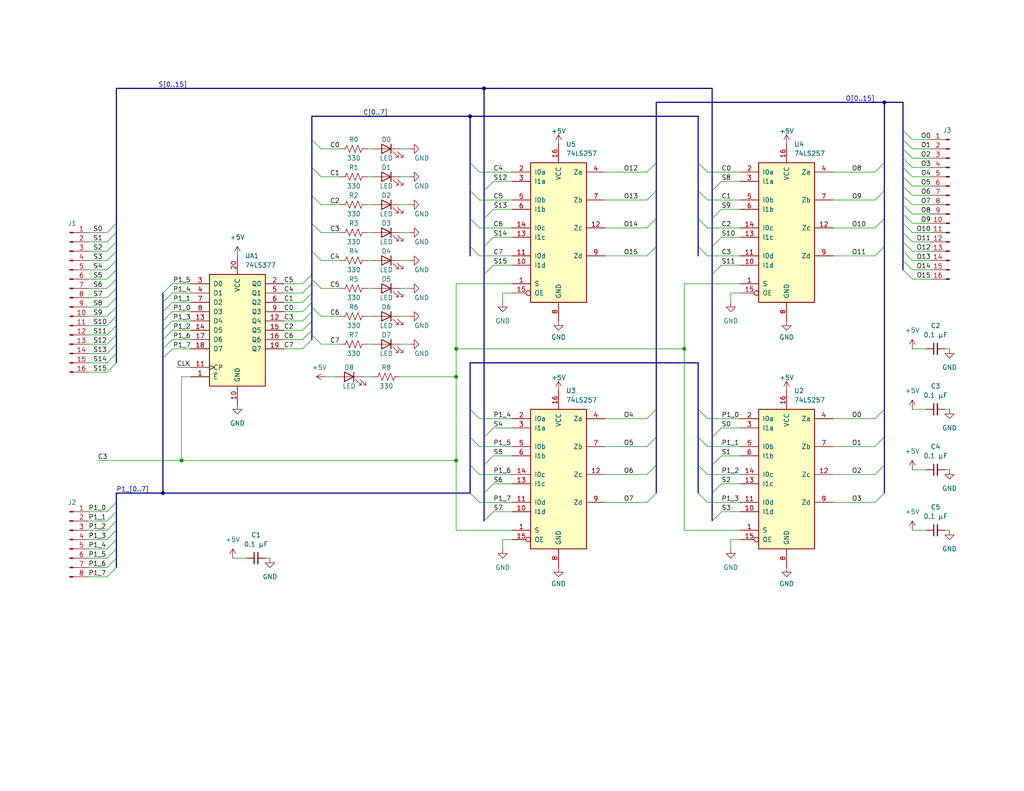
<source format=kicad_sch>
(kicad_sch (version 20211123) (generator eeschema)
  (paper "USLetter")
  (title_block (title "i281 Wireback") (date "2024-02-08") (rev "B") (company "sdmay24-14"))
  (lib_symbols
    (symbol "74xx:74LS257" (pin_names (offset 1.016))
      (property "Reference" "U" (at -7.62 19.05 0))
      (property "Value" "74LS257" (at -7.62 -21.59 0))
      (symbol "74LS257_1_0"
        (pin input line (at -12.7 -15.24 0) (length 5.08) (name "S") (number "1"))
        (pin input line (at -12.7 -10.16 0) (length 5.08) (name "I1d") (number "10"))
        (pin input line (at -12.7 -7.62 0) (length 5.08) (name "I0d") (number "11"))
        (pin tri_state line (at 12.7 0 180) (length 5.08) (name "Zc") (number "12"))
        (pin input line (at -12.7 -2.54 0) (length 5.08) (name "I1c") (number "13"))
        (pin input line (at -12.7 0 0) (length 5.08) (name "I0c") (number "14"))
        (pin input inverted (at -12.7 -17.78 0) (length 5.08) (name "OE") (number "15"))
        (pin power_in line (at 0 22.86 270) (length 5.08) (name "VCC") (number "16"))
        (pin input line (at -12.7 15.24 0) (length 5.08) (name "I0a") (number "2"))
        (pin input line (at -12.7 12.7 0) (length 5.08) (name "I1a") (number "3"))
        (pin tri_state line (at 12.7 15.24 180) (length 5.08) (name "Za") (number "4"))
        (pin input line (at -12.7 7.62 0) (length 5.08) (name "I0b") (number "5"))
        (pin input line (at -12.7 5.08 0) (length 5.08) (name "I1b") (number "6"))
        (pin tri_state line (at 12.7 7.62 180) (length 5.08) (name "Zb") (number "7"))
        (pin power_in line (at 0 -25.4 90) (length 5.08) (name "GND") (number "8"))
        (pin tri_state line (at 12.7 -7.62 180) (length 5.08) (name "Zd") (number "9"))
      )
      (symbol "74LS257_1_1"
        (rectangle (start -7.62 17.78) (end 7.62 -20.32) (stroke (width 0.254)) (fill (type background)))
      )
    )
    (symbol "74xx:74LS377" (pin_names (offset 1.016))
      (property "Reference" "U" (at -7.62 16.51 0))
      (property "Value" "74LS377" (at -7.62 -16.51 0))
      (symbol "74LS377_1_0"
        (pin input line (at -12.7 -12.7 0) (length 5.08) (name "~{E}") (number "1"))
        (pin power_in line (at 0 -20.32 90) (length 5.08) (name "GND") (number "10"))
        (pin input clock (at -12.7 -10.16 0) (length 5.08) (name "CP") (number "11"))
        (pin output line (at 12.7 2.54 180) (length 5.08) (name "Q4") (number "12"))
        (pin input line (at -12.7 2.54 0) (length 5.08) (name "D4") (number "13"))
        (pin input line (at -12.7 0 0) (length 5.08) (name "D5") (number "14"))
        (pin output line (at 12.7 0 180) (length 5.08) (name "Q5") (number "15"))
        (pin output line (at 12.7 -2.54 180) (length 5.08) (name "Q6") (number "16"))
        (pin input line (at -12.7 -2.54 0) (length 5.08) (name "D6") (number "17"))
        (pin input line (at -12.7 -5.08 0) (length 5.08) (name "D7") (number "18"))
        (pin output line (at 12.7 -5.08 180) (length 5.08) (name "Q7") (number "19"))
        (pin output line (at 12.7 12.7 180) (length 5.08) (name "Q0") (number "2"))
        (pin power_in line (at 0 20.32 270) (length 5.08) (name "VCC") (number "20"))
        (pin input line (at -12.7 12.7 0) (length 5.08) (name "D0") (number "3"))
        (pin input line (at -12.7 10.16 0) (length 5.08) (name "D1") (number "4"))
        (pin output line (at 12.7 10.16 180) (length 5.08) (name "Q1") (number "5"))
        (pin output line (at 12.7 7.62 180) (length 5.08) (name "Q2") (number "6"))
        (pin input line (at -12.7 7.62 0) (length 5.08) (name "D2") (number "7"))
        (pin input line (at -12.7 5.08 0) (length 5.08) (name "D3") (number "8"))
        (pin output line (at 12.7 5.08 180) (length 5.08) (name "Q3") (number "9"))
      )
      (symbol "74LS377_1_1"
        (rectangle (start -7.62 15.24) (end 7.62 -15.24) (stroke (width 0.254)) (fill (type background)))
      )
    )
    (symbol "Connector:Conn_01x08_Male" (pin_names (offset 1.016) hide)
      (property "Reference" "J" (at 0 10.16 0))
      (property "Value" "Conn_01x08_Male" (at 0 -12.7 0))
      (symbol "Conn_01x08_Male_1_1"
        (polyline (pts (xy 1.27 -10.16) (xy 0.8636 -10.16)) (stroke (width 0.1524)))
        (polyline (pts (xy 1.27 -7.62) (xy 0.8636 -7.62)) (stroke (width 0.1524)))
        (polyline (pts (xy 1.27 -5.08) (xy 0.8636 -5.08)) (stroke (width 0.1524)))
        (polyline (pts (xy 1.27 -2.54) (xy 0.8636 -2.54)) (stroke (width 0.1524)))
        (polyline (pts (xy 1.27 0) (xy 0.8636 0)) (stroke (width 0.1524)))
        (polyline (pts (xy 1.27 2.54) (xy 0.8636 2.54)) (stroke (width 0.1524)))
        (polyline (pts (xy 1.27 5.08) (xy 0.8636 5.08)) (stroke (width 0.1524)))
        (polyline (pts (xy 1.27 7.62) (xy 0.8636 7.62)) (stroke (width 0.1524)))
        (rectangle (start 0.8636 -10.033) (end 0 -10.287) (stroke (width 0.1524)) (fill (type outline)))
        (rectangle (start 0.8636 -7.493) (end 0 -7.747) (stroke (width 0.1524)) (fill (type outline)))
        (rectangle (start 0.8636 -4.953) (end 0 -5.207) (stroke (width 0.1524)) (fill (type outline)))
        (rectangle (start 0.8636 -2.413) (end 0 -2.667) (stroke (width 0.1524)) (fill (type outline)))
        (rectangle (start 0.8636 0.127) (end 0 -0.127) (stroke (width 0.1524)) (fill (type outline)))
        (rectangle (start 0.8636 2.667) (end 0 2.413) (stroke (width 0.1524)) (fill (type outline)))
        (rectangle (start 0.8636 5.207) (end 0 4.953) (stroke (width 0.1524)) (fill (type outline)))
        (rectangle (start 0.8636 7.747) (end 0 7.493) (stroke (width 0.1524)) (fill (type outline)))
        (pin passive line (at 5.08 7.62 180) (length 3.81) (name "Pin_1") (number "1"))
        (pin passive line (at 5.08 5.08 180) (length 3.81) (name "Pin_2") (number "2"))
        (pin passive line (at 5.08 2.54 180) (length 3.81) (name "Pin_3") (number "3"))
        (pin passive line (at 5.08 0 180) (length 3.81) (name "Pin_4") (number "4"))
        (pin passive line (at 5.08 -2.54 180) (length 3.81) (name "Pin_5") (number "5"))
        (pin passive line (at 5.08 -5.08 180) (length 3.81) (name "Pin_6") (number "6"))
        (pin passive line (at 5.08 -7.62 180) (length 3.81) (name "Pin_7") (number "7"))
        (pin passive line (at 5.08 -10.16 180) (length 3.81) (name "Pin_8") (number "8"))
      )
    )
    (symbol "Connector:Conn_01x16_Male" (pin_names (offset 1.016) hide)
      (property "Reference" "J" (at 0 20.32 0))
      (property "Value" "Conn_01x16_Male" (at 0 -22.86 0))
      (symbol "Conn_01x16_Male_1_1"
        (polyline (pts (xy 1.27 -20.32) (xy 0.8636 -20.32)) (stroke (width 0.1524)))
        (polyline (pts (xy 1.27 -17.78) (xy 0.8636 -17.78)) (stroke (width 0.1524)))
        (polyline (pts (xy 1.27 -15.24) (xy 0.8636 -15.24)) (stroke (width 0.1524)))
        (polyline (pts (xy 1.27 -12.7) (xy 0.8636 -12.7)) (stroke (width 0.1524)))
        (polyline (pts (xy 1.27 -10.16) (xy 0.8636 -10.16)) (stroke (width 0.1524)))
        (polyline (pts (xy 1.27 -7.62) (xy 0.8636 -7.62)) (stroke (width 0.1524)))
        (polyline (pts (xy 1.27 -5.08) (xy 0.8636 -5.08)) (stroke (width 0.1524)))
        (polyline (pts (xy 1.27 -2.54) (xy 0.8636 -2.54)) (stroke (width 0.1524)))
        (polyline (pts (xy 1.27 0) (xy 0.8636 0)) (stroke (width 0.1524)))
        (polyline (pts (xy 1.27 2.54) (xy 0.8636 2.54)) (stroke (width 0.1524)))
        (polyline (pts (xy 1.27 5.08) (xy 0.8636 5.08)) (stroke (width 0.1524)))
        (polyline (pts (xy 1.27 7.62) (xy 0.8636 7.62)) (stroke (width 0.1524)))
        (polyline (pts (xy 1.27 10.16) (xy 0.8636 10.16)) (stroke (width 0.1524)))
        (polyline (pts (xy 1.27 12.7) (xy 0.8636 12.7)) (stroke (width 0.1524)))
        (polyline (pts (xy 1.27 15.24) (xy 0.8636 15.24)) (stroke (width 0.1524)))
        (polyline (pts (xy 1.27 17.78) (xy 0.8636 17.78)) (stroke (width 0.1524)))
        (rectangle (start 0.8636 -20.193) (end 0 -20.447) (stroke (width 0.1524)) (fill (type outline)))
        (rectangle (start 0.8636 -17.653) (end 0 -17.907) (stroke (width 0.1524)) (fill (type outline)))
        (rectangle (start 0.8636 -15.113) (end 0 -15.367) (stroke (width 0.1524)) (fill (type outline)))
        (rectangle (start 0.8636 -12.573) (end 0 -12.827) (stroke (width 0.1524)) (fill (type outline)))
        (rectangle (start 0.8636 -10.033) (end 0 -10.287) (stroke (width 0.1524)) (fill (type outline)))
        (rectangle (start 0.8636 -7.493) (end 0 -7.747) (stroke (width 0.1524)) (fill (type outline)))
        (rectangle (start 0.8636 -4.953) (end 0 -5.207) (stroke (width 0.1524)) (fill (type outline)))
        (rectangle (start 0.8636 -2.413) (end 0 -2.667) (stroke (width 0.1524)) (fill (type outline)))
        (rectangle (start 0.8636 0.127) (end 0 -0.127) (stroke (width 0.1524)) (fill (type outline)))
        (rectangle (start 0.8636 2.667) (end 0 2.413) (stroke (width 0.1524)) (fill (type outline)))
        (rectangle (start 0.8636 5.207) (end 0 4.953) (stroke (width 0.1524)) (fill (type outline)))
        (rectangle (start 0.8636 7.747) (end 0 7.493) (stroke (width 0.1524)) (fill (type outline)))
        (rectangle (start 0.8636 10.287) (end 0 10.033) (stroke (width 0.1524)) (fill (type outline)))
        (rectangle (start 0.8636 12.827) (end 0 12.573) (stroke (width 0.1524)) (fill (type outline)))
        (rectangle (start 0.8636 15.367) (end 0 15.113) (stroke (width 0.1524)) (fill (type outline)))
        (rectangle (start 0.8636 17.907) (end 0 17.653) (stroke (width 0.1524)) (fill (type outline)))
        (pin passive line (at 5.08 17.78 180) (length 3.81) (name "Pin_1") (number "1"))
        (pin passive line (at 5.08 -5.08 180) (length 3.81) (name "Pin_10") (number "10"))
        (pin passive line (at 5.08 -7.62 180) (length 3.81) (name "Pin_11") (number "11"))
        (pin passive line (at 5.08 -10.16 180) (length 3.81) (name "Pin_12") (number "12"))
        (pin passive line (at 5.08 -12.7 180) (length 3.81) (name "Pin_13") (number "13"))
        (pin passive line (at 5.08 -15.24 180) (length 3.81) (name "Pin_14") (number "14"))
        (pin passive line (at 5.08 -17.78 180) (length 3.81) (name "Pin_15") (number "15"))
        (pin passive line (at 5.08 -20.32 180) (length 3.81) (name "Pin_16") (number "16"))
        (pin passive line (at 5.08 15.24 180) (length 3.81) (name "Pin_2") (number "2"))
        (pin passive line (at 5.08 12.7 180) (length 3.81) (name "Pin_3") (number "3"))
        (pin passive line (at 5.08 10.16 180) (length 3.81) (name "Pin_4") (number "4"))
        (pin passive line (at 5.08 7.62 180) (length 3.81) (name "Pin_5") (number "5"))
        (pin passive line (at 5.08 5.08 180) (length 3.81) (name "Pin_6") (number "6"))
        (pin passive line (at 5.08 2.54 180) (length 3.81) (name "Pin_7") (number "7"))
        (pin passive line (at 5.08 0 180) (length 3.81) (name "Pin_8") (number "8"))
        (pin passive line (at 5.08 -2.54 180) (length 3.81) (name "Pin_9") (number "9"))
      )
    )
    (symbol "Device:C_Small" (pin_numbers hide) (pin_names (offset 0.254) hide)
      (property "Reference" "C" (at 0.254 1.778 0))
      (property "Value" "C_Small" (at 0.254 -2.032 0))
      (symbol "C_Small_0_1"
        (polyline (pts (xy -1.524 -0.508) (xy 1.524 -0.508)) (stroke (width 0.3302)))
        (polyline (pts (xy -1.524 0.508) (xy 1.524 0.508)) (stroke (width 0.3048)))
      )
      (symbol "C_Small_1_1"
        (pin passive line (at 0 2.54 270) (length 2.032) (name "~") (number "1"))
        (pin passive line (at 0 -2.54 90) (length 2.032) (name "~") (number "2"))
      )
    )
    (symbol "Device:LED" (pin_numbers hide) (pin_names (offset 1.016) hide)
      (property "Reference" "D" (at 0 2.54 0))
      (property "Value" "LED" (at 0 -2.54 0))
      (symbol "LED_0_1"
        (polyline (pts (xy -1.27 -1.27) (xy -1.27 1.27)) (stroke (width 0.254)))
        (polyline (pts (xy -1.27 0) (xy 1.27 0)))
        (polyline (pts (xy 1.27 -1.27) (xy 1.27 1.27) (xy -1.27 0) (xy 1.27 -1.27)) (stroke (width 0.254)))
        (polyline (pts (xy -3.048 -0.762) (xy -4.572 -2.286) (xy -3.81 -2.286) (xy -4.572 -2.286) (xy -4.572 -1.524)))
        (polyline (pts (xy -1.778 -0.762) (xy -3.302 -2.286) (xy -2.54 -2.286) (xy -3.302 -2.286) (xy -3.302 -1.524)))
      )
      (symbol "LED_1_1"
        (pin passive line (at -3.81 0 0) (length 2.54) (name "K") (number "1"))
        (pin passive line (at 3.81 0 180) (length 2.54) (name "A") (number "2"))
      )
    )
    (symbol "Device:R_US" (pin_numbers hide) (pin_names (offset 0))
      (property "Reference" "R" (at 2.54 0 90))
      (property "Value" "R_US" (at -2.54 0 90))
      (symbol "R_US_0_1"
        (polyline (pts (xy 0 -2.286) (xy 0 -2.54)))
        (polyline (pts (xy 0 2.286) (xy 0 2.54)))
        (polyline (pts (xy 0 -0.762) (xy 1.016 -1.143) (xy 0 -1.524) (xy -1.016 -1.905) (xy 0 -2.286)))
        (polyline (pts (xy 0 0.762) (xy 1.016 0.381) (xy 0 0) (xy -1.016 -0.381) (xy 0 -0.762)))
        (polyline (pts (xy 0 2.286) (xy 1.016 1.905) (xy 0 1.524) (xy -1.016 1.143) (xy 0 0.762)))
      )
      (symbol "R_US_1_1"
        (pin passive line (at 0 3.81 270) (length 1.27) (name "~") (number "1"))
        (pin passive line (at 0 -3.81 90) (length 1.27) (name "~") (number "2"))
      )
    )
    (symbol "power:+5V" (power) (pin_names (offset 0))
      (property "Value" "+5V" (at 0 3.556 0))
      (symbol "+5V_0_1"
        (polyline (pts (xy -0.762 1.27) (xy 0 2.54)))
        (polyline (pts (xy 0 0) (xy 0 2.54)))
        (polyline (pts (xy 0 2.54) (xy 0.762 1.27)))
      )
      (symbol "+5V_1_1"
        (pin power_in line (at 0 0 90) (length 0) hide (name "+5V") (number "1"))
      )
    )
    (symbol "power:GND" (power) (pin_names (offset 0))
      (property "Value" "GND" (at 0 -3.81 0))
      (symbol "GND_0_1"
        (polyline (pts (xy 0 0) (xy 0 -1.27) (xy 1.27 -1.27) (xy 0 -2.54) (xy -1.27 -1.27) (xy 0 -1.27)))
      )
      (symbol "GND_1_1"
        (pin power_in line (at 0 0 270) (length 0) hide (name "GND") (number "1"))
      )
    )
  )
  (junction (at 124.46 95.25))
  (junction (at 49.53 125.73))
  (junction (at 124.46 102.87))
  (junction (at 124.46 125.73))
  (junction (at 132.08 24.13))
  (junction (at 186.69 95.25))
  (junction (at 241.3 27.94))
  (junction (at 44.45 134.62))
  (junction (at 128.27 31.75))
  (bus_entry (at 246.38 71.12) (size 2.54 2.54))
  (bus_entry (at 246.38 48.26) (size 2.54 2.54))
  (bus_entry (at 31.75 147.32) (size -2.54 2.54))
  (bus_entry (at 85.09 92.71) (size -2.54 2.54))
  (bus_entry (at 241.3 59.69) (size -2.54 2.54))
  (bus_entry (at 85.09 60.96) (size 2.54 2.54))
  (bus_entry (at 85.09 74.93) (size -2.54 2.54))
  (bus_entry (at 85.09 90.17) (size -2.54 2.54))
  (bus_entry (at 31.75 139.7) (size -2.54 2.54))
  (bus_entry (at 31.75 83.82) (size -2.54 2.54))
  (bus_entry (at 246.38 63.5) (size 2.54 2.54))
  (bus_entry (at 190.5 111.76) (size 2.54 2.54))
  (bus_entry (at 31.75 154.94) (size -2.54 2.54))
  (bus_entry (at 194.31 127) (size 2.54 -2.54))
  (bus_entry (at 179.07 44.45) (size -2.54 2.54))
  (bus_entry (at 44.45 90.17) (size 2.54 -2.54))
  (bus_entry (at 179.07 134.62) (size -2.54 2.54))
  (bus_entry (at 31.75 93.98) (size -2.54 2.54))
  (bus_entry (at 190.5 59.69) (size 2.54 2.54))
  (bus_entry (at 85.09 85.09) (size -2.54 2.54))
  (bus_entry (at 132.08 119.38) (size 2.54 -2.54))
  (bus_entry (at 132.08 59.69) (size 2.54 -2.54))
  (bus_entry (at 190.5 134.62) (size 2.54 2.54))
  (bus_entry (at 31.75 73.66) (size -2.54 2.54))
  (bus_entry (at 128.27 127) (size 2.54 2.54))
  (bus_entry (at 31.75 142.24) (size -2.54 2.54))
  (bus_entry (at 85.09 53.34) (size 2.54 2.54))
  (bus_entry (at 241.3 111.76) (size -2.54 2.54))
  (bus_entry (at 31.75 144.78) (size -2.54 2.54))
  (bus_entry (at 246.38 38.1) (size 2.54 2.54))
  (bus_entry (at 31.75 76.2) (size -2.54 2.54))
  (bus_entry (at 194.31 74.93) (size 2.54 -2.54))
  (bus_entry (at 44.45 87.63) (size 2.54 -2.54))
  (bus_entry (at 31.75 149.86) (size -2.54 2.54))
  (bus_entry (at 132.08 134.62) (size 2.54 -2.54))
  (bus_entry (at 246.38 50.8) (size 2.54 2.54))
  (bus_entry (at 179.07 52.07) (size -2.54 2.54))
  (bus_entry (at 85.09 83.82) (size 2.54 2.54))
  (bus_entry (at 85.09 77.47) (size -2.54 2.54))
  (bus_entry (at 44.45 80.01) (size 2.54 -2.54))
  (bus_entry (at 246.38 35.56) (size 2.54 2.54))
  (bus_entry (at 128.27 119.38) (size 2.54 2.54))
  (bus_entry (at 128.27 134.62) (size 2.54 2.54))
  (bus_entry (at 179.07 111.76) (size -2.54 2.54))
  (bus_entry (at 246.38 73.66) (size 2.54 2.54))
  (bus_entry (at 31.75 71.12) (size -2.54 2.54))
  (bus_entry (at 128.27 44.45) (size 2.54 2.54))
  (bus_entry (at 190.5 67.31) (size 2.54 2.54))
  (bus_entry (at 190.5 44.45) (size 2.54 2.54))
  (bus_entry (at 132.08 67.31) (size 2.54 -2.54))
  (bus_entry (at 31.75 60.96) (size -2.54 2.54))
  (bus_entry (at 190.5 119.38) (size 2.54 2.54))
  (bus_entry (at 241.3 134.62) (size -2.54 2.54))
  (bus_entry (at 194.31 142.24) (size 2.54 -2.54))
  (bus_entry (at 179.07 119.38) (size -2.54 2.54))
  (bus_entry (at 128.27 52.07) (size 2.54 2.54))
  (bus_entry (at 44.45 92.71) (size 2.54 -2.54))
  (bus_entry (at 31.75 88.9) (size -2.54 2.54))
  (bus_entry (at 31.75 68.58) (size -2.54 2.54))
  (bus_entry (at 194.31 52.07) (size 2.54 -2.54))
  (bus_entry (at 85.09 38.1) (size 2.54 2.54))
  (bus_entry (at 31.75 99.06) (size -2.54 2.54))
  (bus_entry (at 132.08 142.24) (size 2.54 -2.54))
  (bus_entry (at 44.45 82.55) (size 2.54 -2.54))
  (bus_entry (at 194.31 134.62) (size 2.54 -2.54))
  (bus_entry (at 246.38 68.58) (size 2.54 2.54))
  (bus_entry (at 31.75 78.74) (size -2.54 2.54))
  (bus_entry (at 179.07 67.31) (size -2.54 2.54))
  (bus_entry (at 246.38 60.96) (size 2.54 2.54))
  (bus_entry (at 31.75 63.5) (size -2.54 2.54))
  (bus_entry (at 194.31 67.31) (size 2.54 -2.54))
  (bus_entry (at 44.45 95.25) (size 2.54 -2.54))
  (bus_entry (at 246.38 40.64) (size 2.54 2.54))
  (bus_entry (at 85.09 45.72) (size 2.54 2.54))
  (bus_entry (at 132.08 52.07) (size 2.54 -2.54))
  (bus_entry (at 85.09 76.2) (size 2.54 2.54))
  (bus_entry (at 194.31 59.69) (size 2.54 -2.54))
  (bus_entry (at 31.75 91.44) (size -2.54 2.54))
  (bus_entry (at 241.3 119.38) (size -2.54 2.54))
  (bus_entry (at 31.75 86.36) (size -2.54 2.54))
  (bus_entry (at 241.3 67.31) (size -2.54 2.54))
  (bus_entry (at 241.3 127) (size -2.54 2.54))
  (bus_entry (at 85.09 68.58) (size 2.54 2.54))
  (bus_entry (at 246.38 55.88) (size 2.54 2.54))
  (bus_entry (at 246.38 58.42) (size 2.54 2.54))
  (bus_entry (at 85.09 80.01) (size -2.54 2.54))
  (bus_entry (at 85.09 87.63) (size -2.54 2.54))
  (bus_entry (at 85.09 82.55) (size -2.54 2.54))
  (bus_entry (at 85.09 91.44) (size 2.54 2.54))
  (bus_entry (at 31.75 81.28) (size -2.54 2.54))
  (bus_entry (at 246.38 45.72) (size 2.54 2.54))
  (bus_entry (at 31.75 137.16) (size -2.54 2.54))
  (bus_entry (at 241.3 44.45) (size -2.54 2.54))
  (bus_entry (at 190.5 52.07) (size 2.54 2.54))
  (bus_entry (at 44.45 85.09) (size 2.54 -2.54))
  (bus_entry (at 179.07 59.69) (size -2.54 2.54))
  (bus_entry (at 128.27 59.69) (size 2.54 2.54))
  (bus_entry (at 128.27 111.76) (size 2.54 2.54))
  (bus_entry (at 190.5 127) (size 2.54 2.54))
  (bus_entry (at 128.27 67.31) (size 2.54 2.54))
  (bus_entry (at 246.38 53.34) (size 2.54 2.54))
  (bus_entry (at 246.38 66.04) (size 2.54 2.54))
  (bus_entry (at 31.75 66.04) (size -2.54 2.54))
  (bus_entry (at 132.08 74.93) (size 2.54 -2.54))
  (bus_entry (at 246.38 43.18) (size 2.54 2.54))
  (bus_entry (at 132.08 127) (size 2.54 -2.54))
  (bus_entry (at 44.45 97.79) (size 2.54 -2.54))
  (bus_entry (at 31.75 152.4) (size -2.54 2.54))
  (bus_entry (at 194.31 119.38) (size 2.54 -2.54))
  (bus_entry (at 241.3 52.07) (size -2.54 2.54))
  (bus_entry (at 179.07 127) (size -2.54 2.54))
  (bus_entry (at 31.75 96.52) (size -2.54 2.54))
  (wire (pts (xy 72.39 152.4) (xy 73.66 152.4)))
  (bus (pts (xy 85.09 85.09) (xy 85.09 87.63)))
  (bus (pts (xy 31.75 60.96) (xy 31.75 63.5)))
  (wire (pts (xy 24.13 157.48) (xy 29.21 157.48)))
  (bus (pts (xy 190.5 52.07) (xy 190.5 59.69)))
  (wire (pts (xy 254 71.12) (xy 248.92 71.12)))
  (bus (pts (xy 246.38 43.18) (xy 246.38 45.72)))
  (wire (pts (xy 134.62 57.15) (xy 139.7 57.15)))
  (wire (pts (xy 199.39 147.32) (xy 199.39 149.86)))
  (bus (pts (xy 128.27 119.38) (xy 128.27 127)))
  (bus (pts (xy 132.08 134.62) (xy 132.08 127)))
  (bus (pts (xy 246.38 48.26) (xy 246.38 50.8)))
  (wire (pts (xy 92.71 71.12) (xy 87.63 71.12)))
  (bus (pts (xy 31.75 76.2) (xy 31.75 78.74)))
  (bus (pts (xy 31.75 60.96) (xy 31.75 24.13)))
  (wire (pts (xy 24.13 142.24) (xy 29.21 142.24)))
  (wire (pts (xy 257.81 95.25) (xy 259.08 95.25)))
  (bus (pts (xy 241.3 111.76) (xy 241.3 119.38)))
  (wire (pts (xy 186.69 144.78) (xy 186.69 95.25)))
  (bus (pts (xy 132.08 24.13) (xy 132.08 52.07)))
  (bus (pts (xy 194.31 24.13) (xy 194.31 52.07)))
  (bus (pts (xy 31.75 88.9) (xy 31.75 91.44)))
  (bus (pts (xy 31.75 144.78) (xy 31.75 147.32)))
  (bus (pts (xy 246.38 58.42) (xy 246.38 60.96)))
  (wire (pts (xy 134.62 64.77) (xy 139.7 64.77)))
  (wire (pts (xy 109.22 93.98) (xy 111.76 93.98)))
  (wire (pts (xy 24.13 78.74) (xy 29.21 78.74)))
  (wire (pts (xy 196.85 139.7) (xy 201.93 139.7)))
  (bus (pts (xy 132.08 67.31) (xy 132.08 74.93)))
  (bus (pts (xy 128.27 67.31) (xy 128.27 69.85)))
  (bus (pts (xy 246.38 35.56) (xy 246.38 27.94)))
  (wire (pts (xy 92.71 40.64) (xy 87.63 40.64)))
  (wire (pts (xy 24.13 99.06) (xy 29.21 99.06)))
  (bus (pts (xy 246.38 45.72) (xy 246.38 48.26)))
  (wire (pts (xy 24.13 144.78) (xy 29.21 144.78)))
  (wire (pts (xy 52.07 102.87) (xy 49.53 102.87)))
  (bus (pts (xy 179.07 27.94) (xy 179.07 44.45)))
  (wire (pts (xy 24.13 73.66) (xy 29.21 73.66)))
  (bus (pts (xy 246.38 71.12) (xy 246.38 73.66)))
  (wire (pts (xy 201.93 144.78) (xy 186.69 144.78)))
  (bus (pts (xy 241.3 27.94) (xy 241.3 44.45)))
  (wire (pts (xy 130.81 62.23) (xy 139.7 62.23)))
  (bus (pts (xy 31.75 81.28) (xy 31.75 83.82)))
  (wire (pts (xy 124.46 95.25) (xy 124.46 77.47)))
  (wire (pts (xy 124.46 125.73) (xy 124.46 144.78)))
  (wire (pts (xy 193.04 69.85) (xy 201.93 69.85)))
  (wire (pts (xy 193.04 62.23) (xy 201.93 62.23)))
  (bus (pts (xy 246.38 35.56) (xy 246.38 38.1)))
  (bus (pts (xy 85.09 83.82) (xy 85.09 85.09)))
  (wire (pts (xy 165.1 137.16) (xy 176.53 137.16)))
  (wire (pts (xy 227.33 137.16) (xy 238.76 137.16)))
  (wire (pts (xy 227.33 62.23) (xy 238.76 62.23)))
  (wire (pts (xy 24.13 71.12) (xy 29.21 71.12)))
  (bus (pts (xy 85.09 87.63) (xy 85.09 90.17)))
  (wire (pts (xy 134.62 139.7) (xy 139.7 139.7)))
  (bus (pts (xy 179.07 52.07) (xy 179.07 59.69)))
  (wire (pts (xy 248.92 95.25) (xy 252.73 95.25)))
  (wire (pts (xy 196.85 64.77) (xy 201.93 64.77)))
  (wire (pts (xy 193.04 121.92) (xy 201.93 121.92)))
  (bus (pts (xy 241.3 127) (xy 241.3 134.62)))
  (bus (pts (xy 85.09 74.93) (xy 85.09 68.58)))
  (bus (pts (xy 44.45 85.09) (xy 44.45 82.55)))
  (wire (pts (xy 254 63.5) (xy 248.92 63.5)))
  (wire (pts (xy 196.85 124.46) (xy 201.93 124.46)))
  (bus (pts (xy 44.45 134.62) (xy 128.27 134.62)))
  (wire (pts (xy 77.47 92.71) (xy 82.55 92.71)))
  (wire (pts (xy 196.85 116.84) (xy 201.93 116.84)))
  (wire (pts (xy 254 60.96) (xy 248.92 60.96)))
  (wire (pts (xy 130.81 54.61) (xy 139.7 54.61)))
  (bus (pts (xy 132.08 67.31) (xy 132.08 59.69)))
  (wire (pts (xy 77.47 87.63) (xy 82.55 87.63)))
  (bus (pts (xy 44.45 97.79) (xy 44.45 134.62)))
  (bus (pts (xy 44.45 82.55) (xy 44.45 80.01)))
  (wire (pts (xy 100.33 78.74) (xy 101.6 78.74)))
  (wire (pts (xy 24.13 68.58) (xy 29.21 68.58)))
  (bus (pts (xy 246.38 38.1) (xy 246.38 40.64)))
  (wire (pts (xy 24.13 149.86) (xy 29.21 149.86)))
  (wire (pts (xy 254 45.72) (xy 248.92 45.72)))
  (wire (pts (xy 227.33 69.85) (xy 238.76 69.85)))
  (wire (pts (xy 77.47 82.55) (xy 82.55 82.55)))
  (bus (pts (xy 31.75 134.62) (xy 44.45 134.62)))
  (bus (pts (xy 179.07 59.69) (xy 179.07 67.31)))
  (bus (pts (xy 128.27 44.45) (xy 128.27 52.07)))
  (wire (pts (xy 109.22 48.26) (xy 111.76 48.26)))
  (wire (pts (xy 77.47 85.09) (xy 82.55 85.09)))
  (wire (pts (xy 165.1 121.92) (xy 176.53 121.92)))
  (wire (pts (xy 92.71 55.88) (xy 87.63 55.88)))
  (bus (pts (xy 44.45 92.71) (xy 44.45 90.17)))
  (wire (pts (xy 109.22 78.74) (xy 111.76 78.74)))
  (wire (pts (xy 24.13 76.2) (xy 29.21 76.2)))
  (wire (pts (xy 109.22 40.64) (xy 111.76 40.64)))
  (wire (pts (xy 109.22 71.12) (xy 111.76 71.12)))
  (wire (pts (xy 100.33 86.36) (xy 101.6 86.36)))
  (bus (pts (xy 179.07 67.31) (xy 179.07 111.76)))
  (wire (pts (xy 92.71 63.5) (xy 87.63 63.5)))
  (bus (pts (xy 85.09 53.34) (xy 85.09 45.72)))
  (bus (pts (xy 31.75 93.98) (xy 31.75 96.52)))
  (bus (pts (xy 85.09 31.75) (xy 128.27 31.75)))
  (bus (pts (xy 132.08 59.69) (xy 132.08 52.07)))
  (wire (pts (xy 134.62 124.46) (xy 139.7 124.46)))
  (wire (pts (xy 24.13 101.6) (xy 29.21 101.6)))
  (bus (pts (xy 179.07 119.38) (xy 179.07 127)))
  (wire (pts (xy 186.69 77.47) (xy 201.93 77.47)))
  (wire (pts (xy 92.71 78.74) (xy 87.63 78.74)))
  (wire (pts (xy 52.07 95.25) (xy 46.99 95.25)))
  (wire (pts (xy 100.33 63.5) (xy 101.6 63.5)))
  (bus (pts (xy 128.27 99.06) (xy 190.5 99.06)))
  (bus (pts (xy 85.09 68.58) (xy 85.09 60.96)))
  (wire (pts (xy 124.46 102.87) (xy 124.46 125.73)))
  (bus (pts (xy 31.75 68.58) (xy 31.75 71.12)))
  (bus (pts (xy 179.07 27.94) (xy 241.3 27.94)))
  (wire (pts (xy 109.22 63.5) (xy 111.76 63.5)))
  (wire (pts (xy 248.92 128.27) (xy 252.73 128.27)))
  (bus (pts (xy 194.31 67.31) (xy 194.31 74.93)))
  (wire (pts (xy 24.13 139.7) (xy 29.21 139.7)))
  (bus (pts (xy 31.75 24.13) (xy 132.08 24.13)))
  (bus (pts (xy 190.5 31.75) (xy 190.5 44.45)))
  (bus (pts (xy 85.09 80.01) (xy 85.09 82.55)))
  (wire (pts (xy 134.62 49.53) (xy 139.7 49.53)))
  (wire (pts (xy 193.04 46.99) (xy 201.93 46.99)))
  (wire (pts (xy 24.13 154.94) (xy 29.21 154.94)))
  (bus (pts (xy 85.09 45.72) (xy 85.09 38.1)))
  (wire (pts (xy 100.33 40.64) (xy 101.6 40.64)))
  (wire (pts (xy 196.85 57.15) (xy 201.93 57.15)))
  (wire (pts (xy 196.85 72.39) (xy 201.93 72.39)))
  (wire (pts (xy 139.7 80.01) (xy 137.16 80.01)))
  (wire (pts (xy 196.85 132.08) (xy 201.93 132.08)))
  (bus (pts (xy 85.09 76.2) (xy 85.09 77.47)))
  (bus (pts (xy 241.3 119.38) (xy 241.3 127)))
  (bus (pts (xy 31.75 73.66) (xy 31.75 76.2)))
  (wire (pts (xy 92.71 48.26) (xy 87.63 48.26)))
  (bus (pts (xy 194.31 119.38) (xy 194.31 127)))
  (bus (pts (xy 194.31 67.31) (xy 194.31 59.69)))
  (wire (pts (xy 100.33 55.88) (xy 101.6 55.88)))
  (wire (pts (xy 254 48.26) (xy 248.92 48.26)))
  (wire (pts (xy 130.81 114.3) (xy 139.7 114.3)))
  (wire (pts (xy 254 55.88) (xy 248.92 55.88)))
  (bus (pts (xy 132.08 24.13) (xy 194.31 24.13)))
  (wire (pts (xy 248.92 111.76) (xy 252.73 111.76)))
  (wire (pts (xy 193.04 137.16) (xy 201.93 137.16)))
  (wire (pts (xy 77.47 77.47) (xy 82.55 77.47)))
  (wire (pts (xy 130.81 46.99) (xy 139.7 46.99)))
  (bus (pts (xy 194.31 127) (xy 194.31 134.62)))
  (wire (pts (xy 227.33 46.99) (xy 238.76 46.99)))
  (wire (pts (xy 254 76.2) (xy 248.92 76.2)))
  (wire (pts (xy 52.07 92.71) (xy 46.99 92.71)))
  (wire (pts (xy 88.9 102.87) (xy 91.44 102.87)))
  (wire (pts (xy 134.62 116.84) (xy 139.7 116.84)))
  (bus (pts (xy 31.75 83.82) (xy 31.75 86.36)))
  (wire (pts (xy 52.07 90.17) (xy 46.99 90.17)))
  (wire (pts (xy 52.07 82.55) (xy 46.99 82.55)))
  (wire (pts (xy 49.53 102.87) (xy 49.53 125.73)))
  (wire (pts (xy 130.81 137.16) (xy 139.7 137.16)))
  (bus (pts (xy 31.75 78.74) (xy 31.75 81.28)))
  (bus (pts (xy 241.3 52.07) (xy 241.3 59.69)))
  (wire (pts (xy 254 38.1) (xy 248.92 38.1)))
  (bus (pts (xy 246.38 63.5) (xy 246.38 66.04)))
  (bus (pts (xy 246.38 68.58) (xy 246.38 71.12)))
  (wire (pts (xy 24.13 93.98) (xy 29.21 93.98)))
  (wire (pts (xy 63.5 152.4) (xy 67.31 152.4)))
  (wire (pts (xy 137.16 147.32) (xy 137.16 149.86)))
  (wire (pts (xy 24.13 81.28) (xy 29.21 81.28)))
  (wire (pts (xy 49.53 125.73) (xy 124.46 125.73)))
  (bus (pts (xy 190.5 127) (xy 190.5 134.62)))
  (wire (pts (xy 52.07 80.01) (xy 46.99 80.01)))
  (bus (pts (xy 128.27 111.76) (xy 128.27 99.06)))
  (bus (pts (xy 31.75 96.52) (xy 31.75 99.06)))
  (wire (pts (xy 99.06 102.87) (xy 101.6 102.87)))
  (bus (pts (xy 31.75 149.86) (xy 31.75 152.4)))
  (wire (pts (xy 124.46 77.47) (xy 139.7 77.47)))
  (wire (pts (xy 257.81 128.27) (xy 259.08 128.27)))
  (wire (pts (xy 254 58.42) (xy 248.92 58.42)))
  (bus (pts (xy 85.09 90.17) (xy 85.09 91.44)))
  (bus (pts (xy 31.75 71.12) (xy 31.75 73.66)))
  (wire (pts (xy 134.62 132.08) (xy 139.7 132.08)))
  (bus (pts (xy 85.09 60.96) (xy 85.09 53.34)))
  (wire (pts (xy 100.33 71.12) (xy 101.6 71.12)))
  (bus (pts (xy 31.75 86.36) (xy 31.75 88.9)))
  (wire (pts (xy 134.62 72.39) (xy 139.7 72.39)))
  (wire (pts (xy 186.69 95.25) (xy 186.69 77.47)))
  (bus (pts (xy 241.3 59.69) (xy 241.3 67.31)))
  (bus (pts (xy 246.38 55.88) (xy 246.38 58.42)))
  (wire (pts (xy 193.04 114.3) (xy 201.93 114.3)))
  (wire (pts (xy 257.81 111.76) (xy 259.08 111.76)))
  (wire (pts (xy 48.26 100.33) (xy 52.07 100.33)))
  (wire (pts (xy 165.1 69.85) (xy 176.53 69.85)))
  (bus (pts (xy 44.45 87.63) (xy 44.45 85.09)))
  (wire (pts (xy 165.1 62.23) (xy 176.53 62.23)))
  (bus (pts (xy 241.3 67.31) (xy 241.3 111.76)))
  (bus (pts (xy 31.75 134.62) (xy 31.75 137.16)))
  (bus (pts (xy 85.09 82.55) (xy 85.09 83.82)))
  (wire (pts (xy 130.81 121.92) (xy 139.7 121.92)))
  (bus (pts (xy 44.45 95.25) (xy 44.45 97.79)))
  (wire (pts (xy 26.67 125.73) (xy 49.53 125.73)))
  (wire (pts (xy 52.07 87.63) (xy 46.99 87.63)))
  (wire (pts (xy 100.33 93.98) (xy 101.6 93.98)))
  (bus (pts (xy 128.27 31.75) (xy 128.27 44.45)))
  (bus (pts (xy 194.31 59.69) (xy 194.31 52.07)))
  (wire (pts (xy 130.81 129.54) (xy 139.7 129.54)))
  (wire (pts (xy 165.1 46.99) (xy 176.53 46.99)))
  (bus (pts (xy 246.38 60.96) (xy 246.38 63.5)))
  (wire (pts (xy 109.22 55.88) (xy 111.76 55.88)))
  (wire (pts (xy 77.47 95.25) (xy 82.55 95.25)))
  (bus (pts (xy 132.08 74.93) (xy 132.08 119.38)))
  (wire (pts (xy 254 40.64) (xy 248.92 40.64)))
  (wire (pts (xy 196.85 49.53) (xy 201.93 49.53)))
  (bus (pts (xy 132.08 127) (xy 132.08 119.38)))
  (wire (pts (xy 227.33 129.54) (xy 238.76 129.54)))
  (bus (pts (xy 128.27 31.75) (xy 190.5 31.75)))
  (wire (pts (xy 77.47 80.01) (xy 82.55 80.01)))
  (wire (pts (xy 139.7 147.32) (xy 137.16 147.32)))
  (wire (pts (xy 227.33 121.92) (xy 238.76 121.92)))
  (bus (pts (xy 31.75 142.24) (xy 31.75 144.78)))
  (bus (pts (xy 85.09 77.47) (xy 85.09 80.01)))
  (wire (pts (xy 227.33 114.3) (xy 238.76 114.3)))
  (bus (pts (xy 246.38 53.34) (xy 246.38 55.88)))
  (wire (pts (xy 227.33 54.61) (xy 238.76 54.61)))
  (wire (pts (xy 199.39 80.01) (xy 199.39 82.55)))
  (bus (pts (xy 194.31 142.1728) (xy 194.31 134.62)))
  (bus (pts (xy 190.5 119.38) (xy 190.5 127)))
  (bus (pts (xy 179.07 111.76) (xy 179.07 119.38)))
  (wire (pts (xy 24.13 91.44) (xy 29.21 91.44)))
  (wire (pts (xy 254 53.34) (xy 248.92 53.34)))
  (wire (pts (xy 24.13 88.9) (xy 29.21 88.9)))
  (bus (pts (xy 190.5 67.31) (xy 190.5 69.85)))
  (wire (pts (xy 92.71 86.36) (xy 87.63 86.36)))
  (bus (pts (xy 132.08 142.24) (xy 132.08 134.62)))
  (wire (pts (xy 193.04 129.54) (xy 201.93 129.54)))
  (wire (pts (xy 257.81 144.78) (xy 259.08 144.78)))
  (wire (pts (xy 24.13 152.4) (xy 29.21 152.4)))
  (wire (pts (xy 124.46 95.25) (xy 124.46 102.87)))
  (bus (pts (xy 85.09 74.93) (xy 85.09 76.2)))
  (wire (pts (xy 254 73.66) (xy 248.92 73.66)))
  (bus (pts (xy 179.07 127) (xy 179.07 134.62)))
  (wire (pts (xy 24.13 63.5) (xy 29.21 63.5)))
  (bus (pts (xy 128.27 111.76) (xy 128.27 119.38)))
  (wire (pts (xy 100.33 48.26) (xy 101.6 48.26)))
  (bus (pts (xy 246.38 50.8) (xy 246.38 53.34)))
  (wire (pts (xy 165.1 114.3) (xy 176.53 114.3)))
  (wire (pts (xy 109.22 102.87) (xy 124.46 102.87)))
  (wire (pts (xy 77.47 90.17) (xy 82.55 90.17)))
  (bus (pts (xy 190.5 59.69) (xy 190.5 67.31)))
  (bus (pts (xy 194.31 74.93) (xy 194.31 119.38)))
  (wire (pts (xy 254 68.58) (xy 248.92 68.58)))
  (bus (pts (xy 31.75 147.32) (xy 31.75 149.86)))
  (wire (pts (xy 52.07 77.47) (xy 46.99 77.47)))
  (bus (pts (xy 31.75 63.5) (xy 31.75 66.04)))
  (wire (pts (xy 254 66.04) (xy 248.92 66.04)))
  (bus (pts (xy 190.5 111.76) (xy 190.5 119.38)))
  (wire (pts (xy 193.04 54.61) (xy 201.93 54.61)))
  (bus (pts (xy 179.07 44.45) (xy 179.07 52.07)))
  (bus (pts (xy 31.75 91.44) (xy 31.75 93.98)))
  (bus (pts (xy 241.3 44.45) (xy 241.3 52.07)))
  (bus (pts (xy 190.5 99.06) (xy 190.5 111.76)))
  (bus (pts (xy 85.09 91.44) (xy 85.09 92.71)))
  (bus (pts (xy 44.45 95.25) (xy 44.45 92.71)))
  (bus (pts (xy 246.38 66.04) (xy 246.38 68.58)))
  (wire (pts (xy 248.92 144.78) (xy 252.73 144.78)))
  (wire (pts (xy 124.46 95.25) (xy 186.69 95.25)))
  (wire (pts (xy 254 43.18) (xy 248.92 43.18)))
  (bus (pts (xy 85.09 38.1) (xy 85.09 31.75)))
  (wire (pts (xy 201.93 80.01) (xy 199.39 80.01)))
  (wire (pts (xy 254 50.8) (xy 248.92 50.8)))
  (wire (pts (xy 24.13 83.82) (xy 29.21 83.82)))
  (wire (pts (xy 24.13 147.32) (xy 29.21 147.32)))
  (wire (pts (xy 92.71 93.98) (xy 87.63 93.98)))
  (bus (pts (xy 128.27 52.07) (xy 128.27 59.69)))
  (wire (pts (xy 24.13 66.04) (xy 29.21 66.04)))
  (wire (pts (xy 24.13 86.36) (xy 29.21 86.36)))
  (wire (pts (xy 201.93 147.32) (xy 199.39 147.32)))
  (bus (pts (xy 31.75 139.7) (xy 31.75 142.24)))
  (wire (pts (xy 24.13 96.52) (xy 29.21 96.52)))
  (bus (pts (xy 241.3 27.94) (xy 246.38 27.94)))
  (bus (pts (xy 246.38 40.64) (xy 246.38 43.18)))
  (wire (pts (xy 137.16 80.01) (xy 137.16 82.55)))
  (bus (pts (xy 31.75 152.4) (xy 31.75 154.94)))
  (wire (pts (xy 165.1 54.61) (xy 176.53 54.61)))
  (wire (pts (xy 130.81 69.85) (xy 139.7 69.85)))
  (wire (pts (xy 52.07 85.09) (xy 46.99 85.09)))
  (wire (pts (xy 139.7 144.78) (xy 124.46 144.78)))
  (bus (pts (xy 31.75 137.16) (xy 31.75 139.7)))
  (bus (pts (xy 190.5 44.45) (xy 190.5 52.07)))
  (bus (pts (xy 128.27 134.62) (xy 128.27 127)))
  (bus (pts (xy 31.75 66.04) (xy 31.75 68.58)))
  (wire (pts (xy 109.22 86.36) (xy 111.76 86.36)))
  (wire (pts (xy 165.1 129.54) (xy 176.53 129.54)))
  (bus (pts (xy 128.27 59.69) (xy 128.27 67.31)))
  (bus (pts (xy 44.45 90.17) (xy 44.45 87.63)))
  (label "S4" (at 134.62 116.84 0))
  (label "P1_3" (at 24.13 147.32 0))
  (label "S2" (at 25.4 68.58 0))
  (label "O7" (at 254 55.88 180))
  (label "C5" (at 77.47 77.47 0))
  (label "S12" (at 25.4 93.98 0))
  (label "S14" (at 134.62 64.77 0))
  (label "O9" (at 254 60.96 180))
  (label "C3" (at 92.71 63.5 180))
  (label "C[0..7]" (at 99.06 31.75 0))
  (label "P1_0" (at 24.13 139.7 0))
  (label "C4" (at 134.62 46.99 0))
  (label "S13" (at 25.4 96.52 0))
  (label "O10" (at 232.41 62.23 0))
  (label "C5" (at 92.71 78.74 180))
  (label "O7" (at 170.18 137.16 0))
  (label "O12" (at 170.18 46.99 0))
  (label "S8" (at 25.4 83.82 0))
  (label "O13" (at 254 71.12 180))
  (label "P1_4" (at 52.07 80.01 180))
  (label "C4" (at 92.71 71.12 180))
  (label "O6" (at 254 53.34 180))
  (label "S7" (at 25.4 81.28 0))
  (label "S7" (at 134.62 139.7 0))
  (label "O10" (at 254 63.5 180))
  (label "P1_6" (at 134.62 129.54 0))
  (label "S0" (at 196.85 116.84 0))
  (label "P1_6" (at 52.07 92.71 180))
  (label "S2" (at 196.85 132.08 0))
  (label "C1" (at 92.71 48.26 180))
  (label "S6" (at 25.4 78.74 0))
  (label "C7" (at 134.62 69.85 0))
  (label "P1_4" (at 134.62 114.3 0))
  (label "O6" (at 170.18 129.54 0))
  (label "P1_4" (at 24.13 149.86 0))
  (label "O5" (at 170.18 121.92 0))
  (label "C0" (at 92.71 40.64 180))
  (label "C4" (at 77.47 80.01 0))
  (label "CLK" (at 48.26 100.33 0))
  (label "O3" (at 232.41 137.16 0))
  (label "P1_5" (at 24.13 152.4 0))
  (label "P1_2" (at 196.85 129.54 0))
  (label "O14" (at 254 73.66 180))
  (label "S9" (at 25.4 86.36 0))
  (label "O1" (at 254 40.64 180))
  (label "O9" (at 232.41 54.61 0))
  (label "S3" (at 196.85 139.7 0))
  (label "O12" (at 254 68.58 180))
  (label "C5" (at 134.62 54.61 0))
  (label "O15" (at 254 76.2 180))
  (label "S6" (at 134.62 132.08 0))
  (label "O15" (at 170.18 69.85 0))
  (label "S15" (at 134.62 72.39 0))
  (label "P1_7" (at 134.62 137.16 0))
  (label "C3" (at 196.85 69.85 0))
  (label "S15" (at 25.4 101.6 0))
  (label "C2" (at 92.71 55.88 180))
  (label "S10" (at 25.4 88.9 0))
  (label "P1_3" (at 196.85 137.16 0))
  (label "P1_0" (at 196.85 114.3 0))
  (label "P1_1" (at 24.13 142.24 0))
  (label "P1_3" (at 52.07 87.63 180))
  (label "S4" (at 25.4 73.66 0))
  (label "C0" (at 77.47 85.09 0))
  (label "O11" (at 254 66.04 180))
  (label "O3" (at 254 45.72 180))
  (label "O4" (at 254 48.26 180))
  (label "C1" (at 77.47 82.55 0))
  (label "S1" (at 25.4 66.04 0))
  (label "S10" (at 196.85 64.77 0))
  (label "O0" (at 232.41 114.3 0))
  (label "P1_5" (at 134.62 121.92 0))
  (label "C0" (at 196.85 46.99 0))
  (label "O1" (at 232.41 121.92 0))
  (label "P1_2" (at 52.07 90.17 180))
  (label "C6" (at 134.62 62.23 0))
  (label "S11" (at 25.4 91.44 0))
  (label "P1_5" (at 52.07 77.47 180))
  (label "S3" (at 25.4 71.12 0))
  (label "P1_7" (at 52.07 95.25 180))
  (label "S5" (at 134.62 124.46 0))
  (label "S9" (at 196.85 57.15 0))
  (label "O4" (at 170.18 114.3 0))
  (label "O0" (at 254 38.1 180))
  (label "P1_1" (at 196.85 121.92 0))
  (label "O2" (at 232.41 129.54 0))
  (label "C2" (at 77.47 90.17 0))
  (label "C7" (at 77.47 95.25 0))
  (label "C2" (at 196.85 62.23 0))
  (label "O[0..15]" (at 238.76 27.94 180))
  (label "C7" (at 92.71 93.98 180))
  (label "C6" (at 77.47 92.71 0))
  (label "P1_[0..7]" (at 31.75 134.62 0))
  (label "S12" (at 134.62 49.53 0))
  (label "O2" (at 254 43.18 180))
  (label "S0" (at 25.4 63.5 0))
  (label "P1_2" (at 24.13 144.78 0))
  (label "C3" (at 77.47 87.63 0))
  (label "S13" (at 134.62 57.15 0))
  (label "P1_6" (at 24.13 154.94 0))
  (label "S5" (at 25.4 76.2 0))
  (label "C6" (at 92.71 86.36 180))
  (label "P1_7" (at 24.13 157.48 0))
  (label "C3" (at 26.67 125.73 0))
  (label "O13" (at 170.18 54.61 0))
  (label "C1" (at 196.85 54.61 0))
  (label "O8" (at 254 58.42 180))
  (label "O14" (at 170.18 62.23 0))
  (label "S11" (at 196.85 72.39 0))
  (label "S1" (at 196.85 124.46 0))
  (label "S8" (at 196.85 49.53 0))
  (label "S14" (at 25.4 99.06 0))
  (label "O11" (at 232.41 69.85 0))
  (label "O8" (at 232.41 46.99 0))
  (label "O5" (at 254 50.8 180))
  (label "P1_0" (at 52.07 85.09 180))
  (label "P1_1" (at 52.07 82.55 180))
  (label "S[0..15]" (at 43.18 24.13 0))
  (symbol (lib_id "power:GND") (at 259.08 144.78 0) (unit 1)
    (property "Reference" "#PWR033" (effects hide))
    (property "Value" "GND" (at 259.08 149.86 0))
  )
  (symbol (lib_id "power:GND") (at 64.77 110.49 0) (unit 1)
    (property "Reference" "#PWR03" (effects hide))
    (property "Value" "GND" (at 64.77 115.57 0))
  )
  (symbol (lib_id "power:+5V") (at 248.92 111.76 0) (unit 1)
    (property "Reference" "#PWR027" (effects hide))
    (property "Value" "+5V" (at 248.92 106.68 0))
  )
  (symbol (lib_id "74xx:74LS257") (at 214.63 129.54 0) (unit 1)
    (property "Reference" "U2" (at 216.6494 106.68 0) (effects (justify left)))
    (property "Value" "74LS257" (at 216.6494 109.22 0) (effects (justify left)))
    (property "Datasheet" "http://www.ti.com/lit/gpn/sn74LS257" (effects hide))
  )
  (symbol (lib_id "power:GND") (at 111.76 86.36 90) (unit 1)
    (property "Reference" "#PWR012" (effects hide))
    (property "Value" "GND" (at 113.03 88.9 90) (effects (justify right)))
  )
  (symbol (lib_id "Device:LED") (at 105.41 78.74 0) (mirror y) (unit 1)
    (property "Reference" "D5" (at 105.41 76.2 0))
    (property "Value" "LED" (at 105.41 81.28 0))
  )
  (symbol (lib_id "Device:R_US") (at 96.52 55.88 270) (unit 1)
    (property "Reference" "R2" (at 96.52 53.34 90))
    (property "Value" "330" (at 96.52 58.42 90))
  )
  (symbol (lib_id "Device:C_Small") (at 69.85 152.4 90) (unit 1)
    (property "Reference" "C1" (at 69.8563 146.05 90))
    (property "Value" "0.1 µF" (at 69.8563 148.59 90))
  )
  (symbol (lib_id "Device:R_US") (at 96.52 40.64 270) (unit 1)
    (property "Reference" "R0" (at 96.52 38.1 90))
    (property "Value" "330" (at 96.52 43.18 90))
  )
  (symbol (lib_id "Device:LED") (at 105.41 63.5 0) (mirror y) (unit 1)
    (property "Reference" "D3" (at 105.41 60.96 0))
    (property "Value" "LED" (at 105.41 66.04 0))
  )
  (symbol (lib_id "power:GND") (at 259.08 95.25 0) (unit 1)
    (property "Reference" "#PWR030" (effects hide))
    (property "Value" "GND" (at 259.08 100.33 0))
  )
  (symbol (lib_id "Device:R_US") (at 96.52 86.36 270) (unit 1)
    (property "Reference" "R6" (at 96.52 83.82 90))
    (property "Value" "330" (at 96.52 88.9 90))
  )
  (symbol (lib_id "Device:LED") (at 95.25 102.87 0) (mirror y) (unit 1)
    (property "Reference" "D8" (at 95.25 100.33 0))
    (property "Value" "LED" (at 95.25 105.41 0))
  )
  (symbol (lib_id "power:+5V") (at 152.4 106.68 0) (unit 1)
    (property "Reference" "#PWR018" (effects hide))
    (property "Value" "+5V" (at 152.4 103.1042 0))
  )
  (symbol (lib_id "Device:LED") (at 105.41 71.12 0) (mirror y) (unit 1)
    (property "Reference" "D4" (at 105.41 68.58 0))
    (property "Value" "LED" (at 105.41 73.66 0))
  )
  (symbol (lib_id "power:GND") (at 111.76 48.26 90) (unit 1)
    (property "Reference" "#PWR07" (effects hide))
    (property "Value" "GND" (at 113.03 50.8 90) (effects (justify right)))
  )
  (symbol (lib_id "power:+5V") (at 152.4 39.37 0) (unit 1)
    (property "Reference" "#PWR016" (effects hide))
    (property "Value" "+5V" (at 152.4 35.7942 0))
  )
  (symbol (lib_id "Device:LED") (at 105.41 48.26 0) (mirror y) (unit 1)
    (property "Reference" "D1" (at 105.41 45.72 0))
    (property "Value" "LED" (at 105.41 50.8 0))
  )
  (symbol (lib_id "power:GND") (at 199.39 82.55 0) (unit 1)
    (property "Reference" "#PWR020" (effects hide))
    (property "Value" "GND" (at 199.39 87.63 0))
  )
  (symbol (lib_id "Device:R_US") (at 105.41 102.87 270) (unit 1)
    (property "Reference" "R8" (at 105.41 100.33 90))
    (property "Value" "330" (at 105.41 105.41 90))
  )
  (symbol (lib_id "Device:R_US") (at 96.52 63.5 270) (unit 1)
    (property "Reference" "R3" (at 96.52 60.96 90))
    (property "Value" "330" (at 96.52 66.04 90))
  )
  (symbol (lib_id "power:+5V") (at 63.5 152.4 0) (unit 1)
    (property "Reference" "#PWR01" (effects hide))
    (property "Value" "+5V" (at 63.5 147.32 0))
  )
  (symbol (lib_id "power:GND") (at 214.63 154.94 0) (unit 1)
    (property "Reference" "#PWR025" (effects hide))
    (property "Value" "GND" (at 214.63 159.3834 0))
  )
  (symbol (lib_id "power:GND") (at 137.16 149.86 0) (unit 1)
    (property "Reference" "#PWR015" (effects hide))
    (property "Value" "GND" (at 137.16 154.94 0))
  )
  (symbol (lib_id "power:GND") (at 152.4 154.94 0) (unit 1)
    (property "Reference" "#PWR019" (effects hide))
    (property "Value" "GND" (at 152.4 159.3834 0))
  )
  (symbol (lib_id "Device:LED") (at 105.41 93.98 0) (mirror y) (unit 1)
    (property "Reference" "D7" (at 105.41 91.44 0))
    (property "Value" "LED" (at 105.41 96.52 0))
  )
  (symbol (lib_id "74xx:74LS257") (at 214.63 62.23 0) (unit 1)
    (property "Reference" "U4" (at 216.6494 39.37 0) (effects (justify left)))
    (property "Value" "74LS257" (at 216.6494 41.91 0) (effects (justify left)))
    (property "Datasheet" "http://www.ti.com/lit/gpn/sn74LS257" (effects hide))
  )
  (symbol (lib_id "power:+5V") (at 248.92 128.27 0) (unit 1)
    (property "Reference" "#PWR028" (effects hide))
    (property "Value" "+5V" (at 248.92 123.19 0))
  )
  (symbol (lib_id "Device:C_Small") (at 255.27 111.76 90) (unit 1)
    (property "Reference" "C3" (at 255.2763 105.41 90))
    (property "Value" "0.1 µF" (at 255.2763 107.95 90))
  )
  (symbol (lib_id "Device:R_US") (at 96.52 48.26 270) (unit 1)
    (property "Reference" "R1" (at 96.52 45.72 90))
    (property "Value" "330" (at 96.52 50.8 90))
  )
  (symbol (lib_id "power:+5V") (at 64.77 69.85 0) (unit 1)
    (property "Reference" "#PWR02" (effects hide))
    (property "Value" "+5V" (at 64.77 64.77 0))
  )
  (symbol (lib_id "power:GND") (at 214.63 87.63 0) (unit 1)
    (property "Reference" "#PWR023" (effects hide))
    (property "Value" "GND" (at 214.63 92.0734 0))
  )
  (symbol (lib_id "Connector:Conn_01x08_Male") (at 19.05 147.32 0) (unit 1)
    (property "Reference" "J2" (at 19.685 137.16 0))
    (property "Value" "Generic\\nConnector" (effects hide))
  )
  (symbol (lib_id "Device:LED") (at 105.41 86.36 0) (mirror y) (unit 1)
    (property "Reference" "D6" (at 105.41 83.82 0))
    (property "Value" "LED" (at 105.41 88.9 0))
  )
  (symbol (lib_id "power:GND") (at 111.76 93.98 90) (unit 1)
    (property "Reference" "#PWR013" (effects hide))
    (property "Value" "GND" (at 113.03 96.52 90) (effects (justify right)))
  )
  (symbol (lib_id "power:+5V") (at 214.63 39.37 0) (unit 1)
    (property "Reference" "#PWR022" (effects hide))
    (property "Value" "+5V" (at 214.63 35.7942 0))
  )
  (symbol (lib_id "power:GND") (at 111.76 71.12 90) (unit 1)
    (property "Reference" "#PWR010" (effects hide))
    (property "Value" "GND" (at 113.03 73.66 90) (effects (justify right)))
  )
  (symbol (lib_id "Device:LED") (at 105.41 40.64 0) (mirror y) (unit 1)
    (property "Reference" "D0" (at 105.41 38.1 0))
    (property "Value" "LED" (at 105.41 43.18 0))
  )
  (symbol (lib_id "Device:R_US") (at 96.52 93.98 270) (unit 1)
    (property "Reference" "R7" (at 96.52 91.44 90))
    (property "Value" "330" (at 96.52 96.52 90))
  )
  (symbol (lib_id "Connector:Conn_01x16_Male") (at 259.08 55.88 0) (mirror y) (unit 1)
    (property "Reference" "J3" (at 258.445 35.56 0))
    (property "Value" "Conn_01x16_Male" (effects hide))
  )
  (symbol (lib_id "power:GND") (at 111.76 63.5 90) (unit 1)
    (property "Reference" "#PWR09" (effects hide))
    (property "Value" "GND" (at 113.03 66.04 90) (effects (justify right)))
  )
  (symbol (lib_id "power:+5V") (at 248.92 144.78 0) (unit 1)
    (property "Reference" "#PWR029" (effects hide))
    (property "Value" "+5V" (at 248.92 139.7 0))
  )
  (symbol (lib_id "power:+5V") (at 88.9 102.87 90) (unit 1)
    (property "Reference" "#PWR?" (effects hide))
    (property "Value" "+5V" (at 85.09 100.33 90) (effects (justify right)))
  )
  (symbol (lib_id "Device:C_Small") (at 255.27 128.27 90) (unit 1)
    (property "Reference" "C4" (at 255.2763 121.92 90))
    (property "Value" "0.1 µF" (at 255.2763 124.46 90))
  )
  (symbol (lib_id "Device:LED") (at 105.41 55.88 0) (mirror y) (unit 1)
    (property "Reference" "D2" (at 105.41 53.34 0))
    (property "Value" "LED" (at 105.41 58.42 0))
  )
  (symbol (lib_id "Device:C_Small") (at 255.27 95.25 90) (unit 1)
    (property "Reference" "C2" (at 255.2763 88.9 90))
    (property "Value" "0.1 µF" (at 255.2763 91.44 90))
  )
  (symbol (lib_id "74xx:74LS257") (at 152.4 62.23 0) (unit 1)
    (property "Reference" "U5" (at 154.4194 39.37 0) (effects (justify left)))
    (property "Value" "74LS257" (at 154.4194 41.91 0) (effects (justify left)))
    (property "Datasheet" "http://www.ti.com/lit/gpn/sn74LS257" (effects hide))
  )
  (symbol (lib_id "power:GND") (at 111.76 40.64 90) (unit 1)
    (property "Reference" "#PWR06" (effects hide))
    (property "Value" "GND" (at 113.03 43.18 90) (effects (justify right)))
  )
  (symbol (lib_id "power:GND") (at 111.76 55.88 90) (unit 1)
    (property "Reference" "#PWR08" (effects hide))
    (property "Value" "GND" (at 113.03 58.42 90) (effects (justify right)))
  )
  (symbol (lib_id "power:GND") (at 199.39 149.86 0) (unit 1)
    (property "Reference" "#PWR021" (effects hide))
    (property "Value" "GND" (at 199.39 154.94 0))
  )
  (symbol (lib_id "power:GND") (at 259.08 128.27 0) (unit 1)
    (property "Reference" "#PWR032" (effects hide))
    (property "Value" "GND" (at 259.08 133.35 0))
  )
  (symbol (lib_id "Connector:Conn_01x16_Male") (at 19.05 81.28 0) (unit 1)
    (property "Reference" "J1" (at 19.685 60.96 0))
    (property "Value" "Conn_01x16_Male" (effects hide))
  )
  (symbol (lib_id "power:+5V") (at 214.63 106.68 0) (unit 1)
    (property "Reference" "#PWR024" (effects hide))
    (property "Value" "+5V" (at 214.63 103.1042 0))
  )
  (symbol (lib_id "power:GND") (at 73.66 152.4 0) (unit 1)
    (property "Reference" "#PWR04" (effects hide))
    (property "Value" "GND" (at 73.66 157.48 0))
  )
  (symbol (lib_id "power:GND") (at 259.08 111.76 0) (unit 1)
    (property "Reference" "#PWR031" (effects hide))
    (property "Value" "GND" (at 259.08 116.84 0))
  )
  (symbol (lib_id "Device:R_US") (at 96.52 71.12 270) (unit 1)
    (property "Reference" "R4" (at 96.52 68.58 90))
    (property "Value" "330" (at 96.52 73.66 90))
  )
  (symbol (lib_id "power:GND") (at 137.16 82.55 0) (unit 1)
    (property "Reference" "#PWR014" (effects hide))
    (property "Value" "GND" (at 137.16 87.63 0))
  )
  (symbol (lib_id "power:GND") (at 111.76 78.74 90) (unit 1)
    (property "Reference" "#PWR011" (effects hide))
    (property "Value" "GND" (at 113.03 81.28 90) (effects (justify right)))
  )
  (symbol (lib_id "Device:C_Small") (at 255.27 144.78 90) (unit 1)
    (property "Reference" "C5" (at 255.2763 138.43 90))
    (property "Value" "0.1 µF" (at 255.2763 140.97 90))
  )
  (symbol (lib_id "power:GND") (at 152.4 87.63 0) (unit 1)
    (property "Reference" "#PWR017" (effects hide))
    (property "Value" "GND" (at 152.4 92.0734 0))
  )
  (symbol (lib_id "Device:R_US") (at 96.52 78.74 270) (unit 1)
    (property "Reference" "R5" (at 96.52 76.2 90))
    (property "Value" "330" (at 96.52 81.28 90))
  )
  (symbol (lib_id "power:+5V") (at 248.92 95.25 0) (unit 1)
    (property "Reference" "#PWR026" (effects hide))
    (property "Value" "+5V" (at 248.92 90.17 0))
  )
  (symbol (lib_id "74xx:74LS257") (at 152.4 129.54 0) (unit 1)
    (property "Reference" "U3" (at 154.4194 106.68 0) (effects (justify left)))
    (property "Value" "74LS257" (at 154.4194 109.22 0) (effects (justify left)))
    (property "Datasheet" "http://www.ti.com/lit/gpn/sn74LS257" (effects hide))
  )
  (symbol (lib_id "74xx:74LS377") (at 64.77 90.17 0) (unit 1)
    (property "Reference" "UA1" (at 66.7894 69.85 0) (effects (justify left)))
    (property "Value" "74LS377" (at 66.7894 72.39 0) (effects (justify left)))
    (property "Datasheet" "http://www.ti.com/lit/gpn/sn74LS377" (effects hide))
  )
)
</source>
